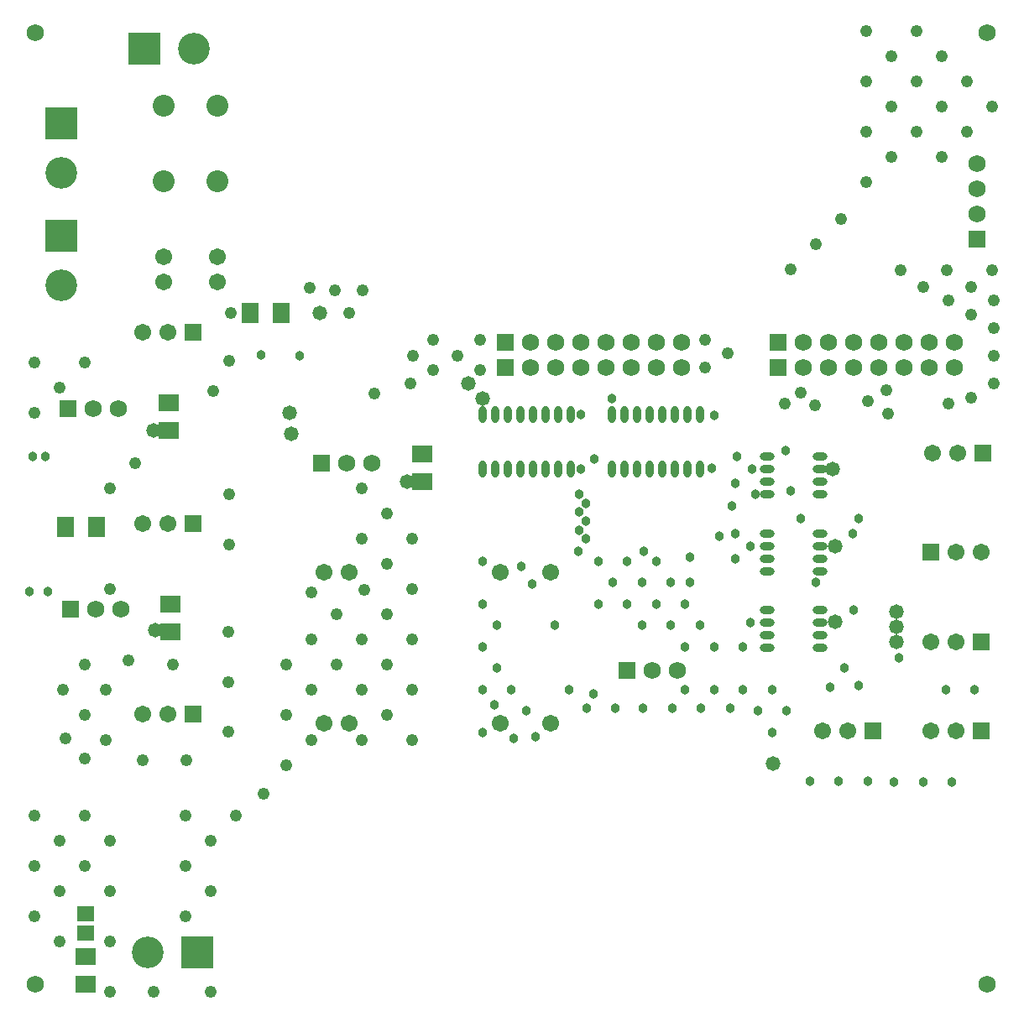
<source format=gbs>
G04 Layer_Color=16711935*
%FSLAX25Y25*%
%MOIN*%
G70*
G01*
G75*
%ADD49R,0.06706X0.06312*%
%ADD55R,0.06706X0.08280*%
%ADD57C,0.08674*%
%ADD58C,0.06706*%
%ADD59C,0.06800*%
%ADD60R,0.06800X0.06800*%
%ADD61R,0.06800X0.06800*%
%ADD62R,0.06706X0.06706*%
%ADD63R,0.12611X0.12611*%
%ADD64C,0.12611*%
%ADD65R,0.12611X0.12611*%
%ADD66C,0.04800*%
%ADD67C,0.03800*%
%ADD68C,0.05800*%
%ADD69O,0.05918X0.03162*%
%ADD70O,0.03162X0.06706*%
%ADD71R,0.07887X0.07099*%
D49*
X20000Y20126D02*
D03*
Y28000D02*
D03*
D55*
X97571Y266500D02*
D03*
X85366D02*
D03*
X11898Y181500D02*
D03*
X24102D02*
D03*
D57*
X72379Y349000D02*
D03*
Y319000D02*
D03*
X50879Y349000D02*
D03*
Y319000D02*
D03*
D58*
X72379Y289000D02*
D03*
Y279000D02*
D03*
X50879Y289000D02*
D03*
Y279000D02*
D03*
X114500Y103500D02*
D03*
X124500D02*
D03*
X184500D02*
D03*
X204500D02*
D03*
X114500Y163500D02*
D03*
X204500D02*
D03*
X184500D02*
D03*
X124500D02*
D03*
X355500Y136041D02*
D03*
X365500D02*
D03*
X355500Y100500D02*
D03*
X365500D02*
D03*
X312500Y100500D02*
D03*
X322500D02*
D03*
X375500Y171500D02*
D03*
X365500D02*
D03*
X356100Y211000D02*
D03*
X366100D02*
D03*
X42500Y107100D02*
D03*
X52500D02*
D03*
X42500Y183050D02*
D03*
X52500D02*
D03*
X42500Y259000D02*
D03*
X52500D02*
D03*
D59*
X133500Y207000D02*
D03*
X123500D02*
D03*
X33984Y149000D02*
D03*
X23984D02*
D03*
X255000Y124500D02*
D03*
X245000D02*
D03*
X33000Y228500D02*
D03*
X23000D02*
D03*
X325000Y255000D02*
D03*
X335000D02*
D03*
X345000D02*
D03*
X355000D02*
D03*
X365000D02*
D03*
X305000D02*
D03*
X315000D02*
D03*
X374000Y326000D02*
D03*
Y316000D02*
D03*
Y306000D02*
D03*
X325000Y245000D02*
D03*
X335000D02*
D03*
X345000D02*
D03*
X355000D02*
D03*
X365000D02*
D03*
X305000D02*
D03*
X315000D02*
D03*
X216500D02*
D03*
X226500D02*
D03*
X236500D02*
D03*
X246500D02*
D03*
X256500D02*
D03*
X196500D02*
D03*
X206500D02*
D03*
X216500Y255000D02*
D03*
X226500D02*
D03*
X236500D02*
D03*
X246500D02*
D03*
X256500D02*
D03*
X196500D02*
D03*
X206500D02*
D03*
X0Y377953D02*
D03*
X377953D02*
D03*
Y0D02*
D03*
X0D02*
D03*
D60*
X113500Y207000D02*
D03*
X13984Y149000D02*
D03*
X235000Y124500D02*
D03*
X13000Y228500D02*
D03*
X295000Y255000D02*
D03*
Y245000D02*
D03*
X186500D02*
D03*
Y255000D02*
D03*
D61*
X374000Y296000D02*
D03*
D62*
X375500Y136041D02*
D03*
Y100500D02*
D03*
X332500Y100500D02*
D03*
X355500Y171500D02*
D03*
X376100Y211000D02*
D03*
X62500Y107100D02*
D03*
Y183050D02*
D03*
Y259000D02*
D03*
D63*
X10266Y297342D02*
D03*
Y341843D02*
D03*
D64*
Y277658D02*
D03*
Y322158D02*
D03*
X63055Y371500D02*
D03*
X44445Y12500D02*
D03*
D65*
X43370Y371500D02*
D03*
X64130Y12500D02*
D03*
D66*
X77000Y194500D02*
D03*
Y174500D02*
D03*
X130500Y156500D02*
D03*
X109500Y155500D02*
D03*
X47000Y-3000D02*
D03*
X54500Y127000D02*
D03*
X37000Y128500D02*
D03*
X70500Y235500D02*
D03*
X77000Y247500D02*
D03*
X77500Y266500D02*
D03*
X-500Y227000D02*
D03*
X19500Y247000D02*
D03*
X9500Y237000D02*
D03*
X-500Y247000D02*
D03*
X39500Y207000D02*
D03*
X29500Y197000D02*
D03*
Y157000D02*
D03*
X76535Y140053D02*
D03*
Y120053D02*
D03*
Y100270D02*
D03*
X60000Y89000D02*
D03*
X42500D02*
D03*
X11000Y117000D02*
D03*
X12000Y97500D02*
D03*
X28000Y117000D02*
D03*
X19500Y127000D02*
D03*
X28000Y97000D02*
D03*
X19500Y107000D02*
D03*
Y89500D02*
D03*
X-500Y67000D02*
D03*
X9500Y17000D02*
D03*
Y57000D02*
D03*
X19500Y67000D02*
D03*
Y47000D02*
D03*
X29500Y-3000D02*
D03*
Y17000D02*
D03*
X9500Y37000D02*
D03*
X-500Y27000D02*
D03*
Y47000D02*
D03*
X29500Y37000D02*
D03*
Y57000D02*
D03*
X69500Y-3000D02*
D03*
X59500Y27000D02*
D03*
Y67000D02*
D03*
X69500Y37000D02*
D03*
X59500Y47000D02*
D03*
X69500Y57000D02*
D03*
X79500Y67000D02*
D03*
X90500Y75500D02*
D03*
X99500Y87000D02*
D03*
Y107000D02*
D03*
Y127000D02*
D03*
X129500Y197000D02*
D03*
X139500Y187000D02*
D03*
X129500Y177000D02*
D03*
X149500D02*
D03*
X139500Y167000D02*
D03*
X119500Y147000D02*
D03*
X149500Y157000D02*
D03*
X139500Y147000D02*
D03*
X149500Y137000D02*
D03*
X109500Y117000D02*
D03*
X129500D02*
D03*
X139500Y107000D02*
D03*
X119500Y127000D02*
D03*
X139500D02*
D03*
X129500Y137000D02*
D03*
X109500D02*
D03*
X149500Y117000D02*
D03*
X109500Y97000D02*
D03*
X129500D02*
D03*
X149500D02*
D03*
X109000Y276500D02*
D03*
X119000Y275500D02*
D03*
X124500Y266500D02*
D03*
X130000Y275500D02*
D03*
X134500Y234500D02*
D03*
X150000Y249500D02*
D03*
X149000Y238500D02*
D03*
X167500Y249500D02*
D03*
X176500Y256000D02*
D03*
X158000D02*
D03*
Y244000D02*
D03*
X176500D02*
D03*
X275000Y250500D02*
D03*
X266000Y256000D02*
D03*
Y245000D02*
D03*
X309500Y230000D02*
D03*
X304000Y235000D02*
D03*
X297500Y230500D02*
D03*
X338500Y226500D02*
D03*
X330500Y231500D02*
D03*
X338000Y236000D02*
D03*
X362500Y230500D02*
D03*
X371500Y233000D02*
D03*
X380500Y238500D02*
D03*
Y249500D02*
D03*
Y260500D02*
D03*
X371500Y266000D02*
D03*
X380500Y271500D02*
D03*
X343500Y283500D02*
D03*
X352500Y277000D02*
D03*
X362500Y271500D02*
D03*
X362000Y283500D02*
D03*
X380000D02*
D03*
X371500Y277000D02*
D03*
X310000Y294000D02*
D03*
X300000Y284000D02*
D03*
X320000Y304000D02*
D03*
X330000Y318500D02*
D03*
X340000Y328500D02*
D03*
X360000D02*
D03*
X380000Y348500D02*
D03*
X370000Y338500D02*
D03*
X350000D02*
D03*
X330000D02*
D03*
X370000Y358500D02*
D03*
X330000Y378500D02*
D03*
X350000D02*
D03*
X360000Y368500D02*
D03*
X340000D02*
D03*
X360000Y348500D02*
D03*
X350000Y358500D02*
D03*
X340000Y348500D02*
D03*
X330000Y358500D02*
D03*
D67*
X364024Y80405D02*
D03*
X307500Y80500D02*
D03*
X319000D02*
D03*
X330500D02*
D03*
X298000Y212039D02*
D03*
X189976Y97645D02*
D03*
X177500Y100000D02*
D03*
X198698Y98198D02*
D03*
X281000Y117000D02*
D03*
X269500D02*
D03*
X258000D02*
D03*
X275750Y109500D02*
D03*
X264250D02*
D03*
X221698Y115198D02*
D03*
X177500Y117000D02*
D03*
X182274Y110855D02*
D03*
X183250Y125500D02*
D03*
X189000Y117000D02*
D03*
X194750Y108500D02*
D03*
X218750Y109500D02*
D03*
X230250D02*
D03*
X241250D02*
D03*
X252750D02*
D03*
X212000Y117000D02*
D03*
X315500Y118000D02*
D03*
X298250Y108500D02*
D03*
X292500Y117000D02*
D03*
X286750Y108500D02*
D03*
X327000Y118500D02*
D03*
X321250Y125500D02*
D03*
X343000Y129500D02*
D03*
X361500Y117000D02*
D03*
X373000D02*
D03*
X352524Y80405D02*
D03*
X341024D02*
D03*
X292500Y100000D02*
D03*
X309750Y159500D02*
D03*
X327000Y185000D02*
D03*
X304000D02*
D03*
X299819Y195898D02*
D03*
X222000Y208500D02*
D03*
X271500Y178000D02*
D03*
X252250Y159500D02*
D03*
X258000Y151000D02*
D03*
X263750Y142500D02*
D03*
X246500Y168000D02*
D03*
X235000D02*
D03*
X223500D02*
D03*
X240750Y159500D02*
D03*
X229250D02*
D03*
X246500Y151000D02*
D03*
X235000D02*
D03*
X223500D02*
D03*
X177500D02*
D03*
Y134000D02*
D03*
X183250Y142500D02*
D03*
X206250D02*
D03*
X240750D02*
D03*
X281000Y134000D02*
D03*
X269500D02*
D03*
X252250Y142500D02*
D03*
X258000Y134000D02*
D03*
X197199Y159000D02*
D03*
X177500Y168000D02*
D03*
X193000Y166000D02*
D03*
X269500Y226000D02*
D03*
X216500Y226153D02*
D03*
X229000Y232500D02*
D03*
X215500Y172000D02*
D03*
X241500D02*
D03*
X268500Y205000D02*
D03*
X216500Y204500D02*
D03*
X284500D02*
D03*
X284000Y174000D02*
D03*
Y143500D02*
D03*
X260000Y159500D02*
D03*
Y169500D02*
D03*
X278000Y169000D02*
D03*
Y179000D02*
D03*
X278500Y209500D02*
D03*
X278000Y199000D02*
D03*
X276500Y189964D02*
D03*
X286000Y194500D02*
D03*
X218500Y176822D02*
D03*
X216000Y180358D02*
D03*
X218500Y184000D02*
D03*
Y191000D02*
D03*
X216000Y187500D02*
D03*
Y194500D02*
D03*
X325000Y148500D02*
D03*
X324500Y179000D02*
D03*
X-1000Y209500D02*
D03*
X4000D02*
D03*
X-2500Y156000D02*
D03*
X5000D02*
D03*
X89468Y250000D02*
D03*
X104969Y249500D02*
D03*
D68*
X342000Y142000D02*
D03*
X147500Y199500D02*
D03*
X101500Y218500D02*
D03*
X177500Y232500D02*
D03*
X172000Y238500D02*
D03*
X293000Y87500D02*
D03*
X317500Y144000D02*
D03*
Y174000D02*
D03*
X316500Y204500D02*
D03*
X342000Y148000D02*
D03*
Y136000D02*
D03*
X47500Y140500D02*
D03*
X47000Y219988D02*
D03*
X112969Y266500D02*
D03*
X101000Y227000D02*
D03*
D69*
X290567Y133500D02*
D03*
Y138500D02*
D03*
Y143500D02*
D03*
Y148500D02*
D03*
X311433Y133500D02*
D03*
Y138500D02*
D03*
Y143500D02*
D03*
Y148500D02*
D03*
X290567Y164000D02*
D03*
Y169000D02*
D03*
Y174000D02*
D03*
Y179000D02*
D03*
X311433Y164000D02*
D03*
Y169000D02*
D03*
Y174000D02*
D03*
Y179000D02*
D03*
X290567Y194500D02*
D03*
Y199500D02*
D03*
Y204500D02*
D03*
Y209500D02*
D03*
X311433Y194500D02*
D03*
Y199500D02*
D03*
Y204500D02*
D03*
Y209500D02*
D03*
D70*
X212500Y204673D02*
D03*
X207500D02*
D03*
X202500D02*
D03*
X197500D02*
D03*
X192500D02*
D03*
X187500D02*
D03*
X182500D02*
D03*
X177500D02*
D03*
X212500Y226327D02*
D03*
X207500D02*
D03*
X202500D02*
D03*
X197500D02*
D03*
X192500D02*
D03*
X187500D02*
D03*
X182500D02*
D03*
X177500D02*
D03*
X264000Y204673D02*
D03*
X259000D02*
D03*
X254000D02*
D03*
X249000D02*
D03*
X244000D02*
D03*
X239000D02*
D03*
X234000D02*
D03*
X229000D02*
D03*
X264000Y226327D02*
D03*
X259000D02*
D03*
X254000D02*
D03*
X249000D02*
D03*
X244000D02*
D03*
X239000D02*
D03*
X234000D02*
D03*
X229000D02*
D03*
D71*
X153500Y210512D02*
D03*
Y199488D02*
D03*
X53500Y151012D02*
D03*
Y139988D02*
D03*
X20000Y-12D02*
D03*
Y11012D02*
D03*
X53000Y231012D02*
D03*
Y219988D02*
D03*
M02*

</source>
